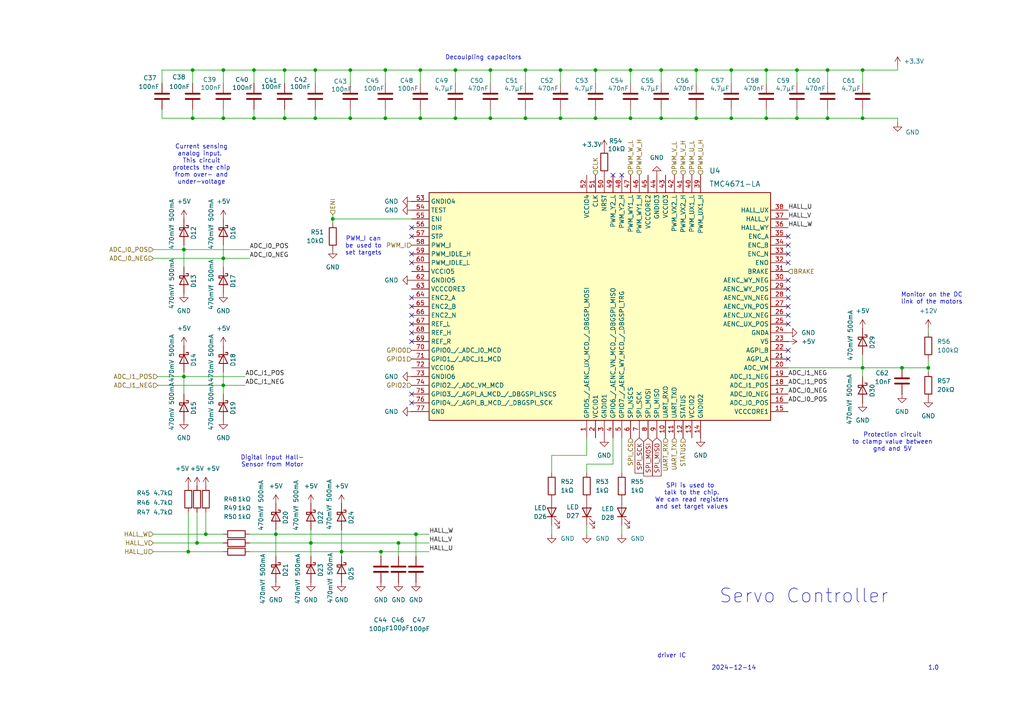
<source format=kicad_sch>
(kicad_sch (version 20231120) (generator "eeschema") (generator_version "8.0")
  (paper "A4")
  (junction (at 111.76 20.32))
  (junction (at 64.77 20.32))
  (junction (at 64.77 74.93))
  (junction (at 101.6 20.32))
  (junction (at 82.55 34.29))
  (junction (at 57.15 157.48))
  (junction (at 269.24 106.68))
  (junction (at 91.44 20.32))
  (junction (at 132.08 34.29))
  (junction (at 191.77 34.29))
  (junction (at 250.19 20.32))
  (junction (at 55.88 34.29))
  (junction (at 82.55 20.32))
  (junction (at 55.88 20.32))
  (junction (at 212.09 20.32))
  (junction (at 120.65 154.94))
  (junction (at 182.88 34.29))
  (junction (at 115.57 157.48))
  (junction (at 231.14 34.29))
  (junction (at 191.77 20.32))
  (junction (at 53.34 109.22))
  (junction (at 53.34 72.39))
  (junction (at 182.88 20.32))
  (junction (at 121.92 20.32))
  (junction (at 152.4 34.29))
  (junction (at 240.03 34.29))
  (junction (at 222.25 34.29))
  (junction (at 162.56 20.32))
  (junction (at 54.61 160.02))
  (junction (at 101.6 34.29))
  (junction (at 162.56 34.29))
  (junction (at 172.72 34.29))
  (junction (at 110.49 160.02))
  (junction (at 250.19 34.29))
  (junction (at 99.06 160.02))
  (junction (at 172.72 20.32))
  (junction (at 64.77 111.76))
  (junction (at 73.66 20.32))
  (junction (at 240.03 20.32))
  (junction (at 80.01 154.94))
  (junction (at 201.93 20.32))
  (junction (at 212.09 34.29))
  (junction (at 90.17 157.48))
  (junction (at 121.92 34.29))
  (junction (at 132.08 20.32))
  (junction (at 73.66 34.29))
  (junction (at 261.62 106.68))
  (junction (at 231.14 20.32))
  (junction (at 96.52 63.5))
  (junction (at 201.93 34.29))
  (junction (at 250.19 106.68))
  (junction (at 111.76 34.29))
  (junction (at 64.77 34.29))
  (junction (at 142.24 20.32))
  (junction (at 152.4 20.32))
  (junction (at 91.44 34.29))
  (junction (at 59.69 154.94))
  (junction (at 222.25 20.32))
  (junction (at 142.24 34.29))
  (no_connect (at 119.38 66.04))
  (no_connect (at 119.38 114.3))
  (no_connect (at 228.6 93.98))
  (no_connect (at 228.6 68.58))
  (no_connect (at 228.6 73.66))
  (no_connect (at 228.6 81.28))
  (no_connect (at 177.8 50.8))
  (no_connect (at 228.6 104.14))
  (no_connect (at 119.38 76.2))
  (no_connect (at 228.6 88.9))
  (no_connect (at 119.38 86.36))
  (no_connect (at 228.6 91.44))
  (no_connect (at 119.38 116.84))
  (no_connect (at 119.38 96.52))
  (no_connect (at 119.38 68.58))
  (no_connect (at 119.38 93.98))
  (no_connect (at 119.38 99.06))
  (no_connect (at 119.38 88.9))
  (no_connect (at 228.6 101.6))
  (no_connect (at 228.6 83.82))
  (no_connect (at 228.6 86.36))
  (no_connect (at 119.38 73.66))
  (no_connect (at 228.6 76.2))
  (no_connect (at 228.6 71.12))
  (no_connect (at 180.34 50.8))
  (no_connect (at 119.38 91.44))
  (wire (pts (xy 91.44 31.75) (xy 91.44 34.29)))
  (wire (pts (xy 101.6 20.32) (xy 101.6 24.13)))
  (wire (pts (xy 82.55 20.32) (xy 82.55 24.13)))
  (wire (pts (xy 201.93 34.29) (xy 191.77 34.29)))
  (wire (pts (xy 115.57 157.48) (xy 124.46 157.48)))
  (wire (pts (xy 46.99 34.29) (xy 46.99 31.75)))
  (wire (pts (xy 55.88 20.32) (xy 46.99 20.32)))
  (wire (pts (xy 120.65 154.94) (xy 120.65 161.29)))
  (wire (pts (xy 132.08 20.32) (xy 132.08 24.13)))
  (wire (pts (xy 180.34 154.94) (xy 180.34 152.4)))
  (wire (pts (xy 250.19 106.68) (xy 250.19 109.22)))
  (wire (pts (xy 53.34 109.22) (xy 71.12 109.22)))
  (wire (pts (xy 260.35 35.56) (xy 260.35 34.29)))
  (wire (pts (xy 45.72 111.76) (xy 64.77 111.76)))
  (wire (pts (xy 250.19 34.29) (xy 260.35 34.29)))
  (wire (pts (xy 55.88 20.32) (xy 55.88 24.13)))
  (wire (pts (xy 99.06 153.67) (xy 99.06 160.02)))
  (wire (pts (xy 180.34 127) (xy 180.34 137.16)))
  (wire (pts (xy 261.62 106.68) (xy 269.24 106.68)))
  (wire (pts (xy 182.88 20.32) (xy 182.88 24.13)))
  (wire (pts (xy 121.92 20.32) (xy 111.76 20.32)))
  (wire (pts (xy 250.19 20.32) (xy 240.03 20.32)))
  (wire (pts (xy 269.24 107.95) (xy 269.24 106.68)))
  (wire (pts (xy 132.08 34.29) (xy 121.92 34.29)))
  (wire (pts (xy 99.06 160.02) (xy 110.49 160.02)))
  (wire (pts (xy 191.77 20.32) (xy 191.77 24.13)))
  (wire (pts (xy 177.8 134.62) (xy 177.8 127)))
  (wire (pts (xy 45.72 109.22) (xy 53.34 109.22)))
  (wire (pts (xy 222.25 20.32) (xy 222.25 24.13)))
  (wire (pts (xy 54.61 160.02) (xy 64.77 160.02)))
  (wire (pts (xy 101.6 31.75) (xy 101.6 34.29)))
  (wire (pts (xy 96.52 63.5) (xy 119.38 63.5)))
  (wire (pts (xy 121.92 31.75) (xy 121.92 34.29)))
  (wire (pts (xy 110.49 161.29) (xy 110.49 160.02)))
  (wire (pts (xy 172.72 31.75) (xy 172.72 34.29)))
  (wire (pts (xy 170.18 132.08) (xy 160.02 132.08)))
  (wire (pts (xy 96.52 63.5) (xy 96.52 64.77)))
  (wire (pts (xy 111.76 20.32) (xy 101.6 20.32)))
  (wire (pts (xy 152.4 34.29) (xy 142.24 34.29)))
  (wire (pts (xy 142.24 31.75) (xy 142.24 34.29)))
  (wire (pts (xy 121.92 34.29) (xy 111.76 34.29)))
  (wire (pts (xy 82.55 31.75) (xy 82.55 34.29)))
  (wire (pts (xy 111.76 34.29) (xy 101.6 34.29)))
  (wire (pts (xy 44.45 74.93) (xy 64.77 74.93)))
  (wire (pts (xy 191.77 20.32) (xy 182.88 20.32)))
  (wire (pts (xy 269.24 95.25) (xy 269.24 96.52)))
  (wire (pts (xy 44.45 157.48) (xy 57.15 157.48)))
  (wire (pts (xy 72.39 154.94) (xy 80.01 154.94)))
  (wire (pts (xy 250.19 106.68) (xy 261.62 106.68)))
  (wire (pts (xy 91.44 20.32) (xy 91.44 24.13)))
  (wire (pts (xy 191.77 34.29) (xy 182.88 34.29)))
  (wire (pts (xy 54.61 148.59) (xy 54.61 160.02)))
  (wire (pts (xy 170.18 154.94) (xy 170.18 152.4)))
  (wire (pts (xy 64.77 111.76) (xy 64.77 107.95)))
  (wire (pts (xy 201.93 20.32) (xy 201.93 24.13)))
  (wire (pts (xy 222.25 20.32) (xy 212.09 20.32)))
  (wire (pts (xy 64.77 111.76) (xy 71.12 111.76)))
  (wire (pts (xy 240.03 31.75) (xy 240.03 34.29)))
  (wire (pts (xy 101.6 20.32) (xy 91.44 20.32)))
  (wire (pts (xy 90.17 153.67) (xy 90.17 157.48)))
  (wire (pts (xy 64.77 111.76) (xy 64.77 114.3)))
  (wire (pts (xy 80.01 154.94) (xy 80.01 161.29)))
  (wire (pts (xy 64.77 20.32) (xy 55.88 20.32)))
  (wire (pts (xy 152.4 20.32) (xy 152.4 24.13)))
  (wire (pts (xy 80.01 153.67) (xy 80.01 154.94)))
  (wire (pts (xy 44.45 160.02) (xy 54.61 160.02)))
  (wire (pts (xy 231.14 20.32) (xy 231.14 24.13)))
  (wire (pts (xy 170.18 134.62) (xy 170.18 137.16)))
  (wire (pts (xy 53.34 72.39) (xy 72.39 72.39)))
  (wire (pts (xy 90.17 157.48) (xy 90.17 161.29)))
  (wire (pts (xy 172.72 20.32) (xy 162.56 20.32)))
  (wire (pts (xy 59.69 148.59) (xy 59.69 154.94)))
  (wire (pts (xy 111.76 31.75) (xy 111.76 34.29)))
  (wire (pts (xy 222.25 34.29) (xy 212.09 34.29)))
  (wire (pts (xy 64.77 74.93) (xy 72.39 74.93)))
  (wire (pts (xy 240.03 20.32) (xy 240.03 24.13)))
  (wire (pts (xy 82.55 20.32) (xy 73.66 20.32)))
  (wire (pts (xy 53.34 109.22) (xy 53.34 107.95)))
  (wire (pts (xy 231.14 20.32) (xy 222.25 20.32)))
  (wire (pts (xy 90.17 157.48) (xy 115.57 157.48)))
  (wire (pts (xy 228.6 106.68) (xy 250.19 106.68)))
  (wire (pts (xy 121.92 20.32) (xy 121.92 24.13)))
  (wire (pts (xy 111.76 20.32) (xy 111.76 24.13)))
  (wire (pts (xy 99.06 160.02) (xy 99.06 161.29)))
  (wire (pts (xy 80.01 154.94) (xy 120.65 154.94)))
  (wire (pts (xy 142.24 20.32) (xy 142.24 24.13)))
  (wire (pts (xy 91.44 20.32) (xy 82.55 20.32)))
  (wire (pts (xy 222.25 34.29) (xy 231.14 34.29)))
  (wire (pts (xy 182.88 34.29) (xy 172.72 34.29)))
  (wire (pts (xy 201.93 31.75) (xy 201.93 34.29)))
  (wire (pts (xy 59.69 154.94) (xy 64.77 154.94)))
  (wire (pts (xy 212.09 31.75) (xy 212.09 34.29)))
  (wire (pts (xy 73.66 20.32) (xy 73.66 24.13)))
  (wire (pts (xy 170.18 127) (xy 170.18 132.08)))
  (wire (pts (xy 152.4 31.75) (xy 152.4 34.29)))
  (wire (pts (xy 160.02 132.08) (xy 160.02 137.16)))
  (wire (pts (xy 73.66 34.29) (xy 64.77 34.29)))
  (wire (pts (xy 110.49 160.02) (xy 124.46 160.02)))
  (wire (pts (xy 64.77 74.93) (xy 64.77 71.12)))
  (wire (pts (xy 82.55 34.29) (xy 73.66 34.29)))
  (wire (pts (xy 142.24 34.29) (xy 132.08 34.29)))
  (wire (pts (xy 73.66 20.32) (xy 64.77 20.32)))
  (wire (pts (xy 240.03 20.32) (xy 231.14 20.32)))
  (wire (pts (xy 53.34 72.39) (xy 53.34 77.47)))
  (wire (pts (xy 57.15 157.48) (xy 64.77 157.48)))
  (wire (pts (xy 91.44 34.29) (xy 82.55 34.29)))
  (wire (pts (xy 269.24 104.14) (xy 269.24 106.68)))
  (wire (pts (xy 44.45 72.39) (xy 53.34 72.39)))
  (wire (pts (xy 72.39 160.02) (xy 99.06 160.02)))
  (wire (pts (xy 64.77 20.32) (xy 64.77 24.13)))
  (wire (pts (xy 160.02 154.94) (xy 160.02 152.4)))
  (wire (pts (xy 162.56 34.29) (xy 152.4 34.29)))
  (wire (pts (xy 212.09 20.32) (xy 212.09 24.13)))
  (wire (pts (xy 72.39 157.48) (xy 90.17 157.48)))
  (wire (pts (xy 44.45 154.94) (xy 59.69 154.94)))
  (wire (pts (xy 57.15 148.59) (xy 57.15 157.48)))
  (wire (pts (xy 55.88 31.75) (xy 55.88 34.29)))
  (wire (pts (xy 53.34 109.22) (xy 53.34 114.3)))
  (wire (pts (xy 64.77 34.29) (xy 55.88 34.29)))
  (wire (pts (xy 182.88 31.75) (xy 182.88 34.29)))
  (wire (pts (xy 64.77 31.75) (xy 64.77 34.29)))
  (wire (pts (xy 162.56 20.32) (xy 152.4 20.32)))
  (wire (pts (xy 101.6 34.29) (xy 91.44 34.29)))
  (wire (pts (xy 191.77 31.75) (xy 191.77 34.29)))
  (wire (pts (xy 212.09 34.29) (xy 201.93 34.29)))
  (wire (pts (xy 46.99 20.32) (xy 46.99 24.13)))
  (wire (pts (xy 115.57 157.48) (xy 115.57 161.29)))
  (wire (pts (xy 96.52 62.23) (xy 96.52 63.5)))
  (wire (pts (xy 142.24 20.32) (xy 132.08 20.32)))
  (wire (pts (xy 55.88 34.29) (xy 46.99 34.29)))
  (wire (pts (xy 162.56 20.32) (xy 162.56 24.13)))
  (wire (pts (xy 182.88 20.32) (xy 172.72 20.32)))
  (wire (pts (xy 172.72 20.32) (xy 172.72 24.13)))
  (wire (pts (xy 250.19 102.87) (xy 250.19 106.68)))
  (wire (pts (xy 172.72 34.29) (xy 162.56 34.29)))
  (wire (pts (xy 152.4 20.32) (xy 142.24 20.32)))
  (wire (pts (xy 162.56 31.75) (xy 162.56 34.29)))
  (wire (pts (xy 170.18 134.62) (xy 177.8 134.62)))
  (wire (pts (xy 132.08 20.32) (xy 121.92 20.32)))
  (wire (pts (xy 64.77 74.93) (xy 64.77 77.47)))
  (wire (pts (xy 250.19 20.32) (xy 250.19 24.13)))
  (wire (pts (xy 231.14 31.75) (xy 231.14 34.29)))
  (wire (pts (xy 231.14 34.29) (xy 240.03 34.29)))
  (wire (pts (xy 132.08 31.75) (xy 132.08 34.29)))
  (wire (pts (xy 212.09 20.32) (xy 201.93 20.32)))
  (wire (pts (xy 250.19 31.75) (xy 250.19 34.29)))
  (wire (pts (xy 222.25 31.75) (xy 222.25 34.29)))
  (wire (pts (xy 53.34 72.39) (xy 53.34 71.12)))
  (wire (pts (xy 201.93 20.32) (xy 191.77 20.32)))
  (wire (pts (xy 120.65 154.94) (xy 124.46 154.94)))
  (wire (pts (xy 260.35 20.32) (xy 250.19 20.32)))
  (wire (pts (xy 73.66 31.75) (xy 73.66 34.29)))
  (wire (pts (xy 240.03 34.29) (xy 250.19 34.29)))
  (wire (pts (xy 260.35 19.05) (xy 260.35 20.32)))
  (text "Monitor on the DC\nlink of the motors" (at 270.256 86.614 0) (effects (font (size 1.27 1.27))))
  (text "Servo Controller" (at 233.172 172.974 0) (effects (font (size 4 4))))
  (text "driver IC" (at 194.818 190.246 0) (effects (font (size 1.27 1.27))))
  (text "Current sensing\nanalog input. \nThis circuit\nprotects the chip\nfrom over- and\nunder-voltage" (at 58.42 47.752 0) (effects (font (size 1.27 1.27))))
  (text "Decoulpling capacitors\n" (at 140.208 16.764 0) (effects (font (size 1.27 1.27))))
  (text "2024-12-14" (at 212.852 193.802 0) (effects (font (size 1.27 1.27))))
  (text "Protection circuit\nto clamp value between\ngnd and 5V" (at 258.826 128.27 0) (effects (font (size 1.27 1.27))))
  (text "SPI is used to \ntalk to the chip.\nWe can read registers\nand set target values" (at 200.66 144.018 0) (effects (font (size 1.27 1.27))))
  (text "1.0" (at 270.764 193.802 0) (effects (font (size 1.27 1.27))))
  (text "PWM_I can\nbe used to\nset targets" (at 105.41 71.374 0) (effects (font (size 1.27 1.27))))
  (text "Digital input Hall-\nSensor from Motor" (at 78.994 133.858 0) (effects (font (size 1.27 1.27))))
  (label "HALL_V" (at 228.6 63.5 0))
  (label "ADC_I0_NEG" (at 72.39 74.93 0))
  (label "ADC_I1_POS" (at 228.6 111.76 0))
  (label "HALL_V" (at 124.46 157.48 0))
  (label "ADC_I0_NEG" (at 228.6 114.3 0))
  (label "ADC_I1_NEG" (at 228.6 109.22 0))
  (label "HALL_W" (at 228.6 66.04 0))
  (label "ADC_I1_NEG" (at 71.12 111.76 0))
  (label "ADC_I1_POS" (at 71.12 109.22 0))
  (label "HALL_U" (at 124.46 160.02 0))
  (label "HALL_U" (at 228.6 60.96 0))
  (label "ADC_I0_POS" (at 72.39 72.39 0))
  (label "ADC_I0_POS" (at 228.6 116.84 0))
  (label "HALL_W" (at 124.46 154.94 0))
  (global_label "SPI_SCK" (shape input) (at 185.42 127 270) (property "Intersheetrefs" "${INTERSHEET_REFS}" (effects (hide yes))))
  (global_label "SPI_MISO" (shape input) (at 190.5 127 270) (property "Intersheetrefs" "${INTERSHEET_REFS}" (effects (hide yes))))
  (global_label "SPI_MOSI" (shape input) (at 187.96 127 270) (property "Intersheetrefs" "${INTERSHEET_REFS}" (effects (hide yes))))
  (hierarchical_label "ADC_I0_POS" (shape input) (at 44.45 72.39 180))
  (hierarchical_label "ADC_I1_POS" (shape input) (at 45.72 109.22 180))
  (hierarchical_label "PWM_U_L" (shape input) (at 200.66 50.8 90))
  (hierarchical_label "PWM_V_H" (shape input) (at 198.12 50.8 90))
  (hierarchical_label "SPI_CS" (shape input) (at 182.88 127 270))
  (hierarchical_label "HALL_U" (shape input) (at 44.45 160.02 180))
  (hierarchical_label "ADC_I1_NEG" (shape input) (at 45.72 111.76 180))
  (hierarchical_label "GPIO1" (shape input) (at 119.38 104.14 180))
  (hierarchical_label "PWM_V_L" (shape input) (at 195.58 50.8 90))
  (hierarchical_label "ENI" (shape input) (at 96.52 62.23 90))
  (hierarchical_label "PWM_I" (shape input) (at 119.38 71.12 180))
  (hierarchical_label "PWM_W_H" (shape input) (at 185.42 50.8 90))
  (hierarchical_label "PWM_W_L" (shape input) (at 182.88 50.8 90))
  (hierarchical_label "GPIO0" (shape input) (at 119.38 101.6 180))
  (hierarchical_label "ADC_I0_NEG" (shape input) (at 44.45 74.93 180))
  (hierarchical_label "UART_TX" (shape input) (at 195.58 127 270))
  (hierarchical_label "BRAKE" (shape input) (at 228.6 78.74 0))
  (hierarchical_label "STATUS" (shape input) (at 198.12 127 270))
  (hierarchical_label "UART_RX" (shape input) (at 193.04 127 270))
  (hierarchical_label "GPIO2" (shape input) (at 119.38 111.76 180))
  (hierarchical_label "CLK" (shape input) (at 172.72 50.8 90))
  (hierarchical_label "PWM_U_H" (shape input) (at 203.2 50.8 90))
  (hierarchical_label "HALL_W" (shape input) (at 44.45 154.94 180))
  (hierarchical_label "HALL_V" (shape input) (at 44.45 157.48 180))
  (symbol (lib_id "power:GND") (at 260.35 35.56 0) (unit 1)
    (property "Reference" "#PWR0117" (effects (hide yes)))
    (property "Value" "GND" (at 264.668 38.354 0))
    (property "Description" "Power symbol creates a global label with name \"GND\" , ground" (effects (hide yes)))
    (instances (project "motordriver" (path "" (reference "#PWR0117") (unit 1)) (path "" (reference "#PWR0249") (unit 1)) (path "" (reference "#PWR0184") (unit 1))))
  )
  (symbol (lib_id "power:GND") (at 64.77 121.92 0) (unit 1)
    (property "Reference" "#PWR089" (effects (hide yes)))
    (property "Value" "GND" (at 64.77 127 0))
    (property "Description" "Power symbol creates a global label with name \"GND\" , ground" (effects (hide yes)))
    (instances (project "motordriver" (path "" (reference "#PWR089") (unit 1)) (path "" (reference "#PWR0221") (unit 1)) (path "" (reference "#PWR0156") (unit 1))))
  )
  (symbol (lib_id "power:GND") (at 96.52 72.39 0) (mirror y) (unit 1)
    (property "Reference" "#PWR094" (effects (hide yes)))
    (property "Value" "GND" (at 96.52 77.47 0))
    (property "Description" "Power symbol creates a global label with name \"GND\" , ground" (effects (hide yes)))
    (instances (project "" (path "" (reference "#PWR094") (unit 1)) (path "" (reference "#PWR0226") (unit 1)) (path "" (reference "#PWR0161") (unit 1))))
  )
  (symbol (lib_id "Device:C") (at 172.72 27.94 180) (unit 1)
    (property "Reference" "C53" (at 170.688 23.368 0) (effects (justify left)))
    (property "Value" "4.7µF" (at 172.212 25.654 0) (effects (justify left)))
    (property "Footprint" "Capacitor_SMD:C_0603_1608Metric" (effects (hide yes)))
    (property "Description" "Unpolarized capacitor" (effects (hide yes)))
    (instances (project "motordriver" (path "" (reference "C53") (unit 1)) (path "" (reference "C127") (unit 1)) (path "" (reference "C92") (unit 1))))
  )
  (symbol (lib_id "Device:C") (at 142.24 27.94 180) (unit 1)
    (property "Reference" "C50" (at 140.208 23.368 0) (effects (justify left)))
    (property "Value" "470nF" (at 141.732 25.654 0) (effects (justify left)))
    (property "Footprint" "Capacitor_SMD:C_0603_1608Metric" (effects (hide yes)))
    (property "Description" "Unpolarized capacitor" (effects (hide yes)))
    (instances (project "motordriver" (path "" (reference "C50") (unit 1)) (path "" (reference "C124") (unit 1)) (path "" (reference "C89") (unit 1))))
  )
  (symbol (lib_id "power:+5V") (at 90.17 146.05 0) (unit 1)
    (property "Reference" "#PWR092" (effects (hide yes)))
    (property "Value" "+5V" (at 90.17 140.97 0))
    (property "Description" "Power symbol creates a global label with name \"+5V\"" (effects (hide yes)))
    (instances (project "motordriver" (path "" (reference "#PWR092") (unit 1)) (path "" (reference "#PWR0224") (unit 1)) (path "" (reference "#PWR0159") (unit 1))))
  )
  (symbol (lib_id "Device:C") (at 101.6 27.94 0) (mirror x) (unit 1)
    (property "Reference" "C43" (at 96.774 23.622 0) (effects (justify left)))
    (property "Value" "100nF" (at 96.012 25.908 0) (effects (justify left)))
    (property "Footprint" "Capacitor_SMD:C_0603_1608Metric" (effects (hide yes)))
    (property "Description" "Unpolarized capacitor" (effects (hide yes)))
    (instances (project "motordriver" (path "" (reference "C43") (unit 1)) (path "" (reference "C117") (unit 1)) (path "" (reference "C82") (unit 1))))
  )
  (symbol (lib_id "Device:D_Schottky") (at 90.17 165.1 270) (unit 1)
    (property "Reference" "D23" (at 92.964 165.354 0))
    (property "Value" "470mVf 500mA" (at 86.36 167.894 0))
    (property "Footprint" "Diode_SMD:D_0603_1608Metric" (effects (hide yes)))
    (property "Description" "Schottky diode" (effects (hide yes)))
    (instances (project "motordriver" (path "" (reference "D23") (unit 1)) (path "" (reference "D70") (unit 1)) (path "" (reference "D47") (unit 1))))
  )
  (symbol (lib_id "Device:R") (at 59.69 144.78 0) (unit 1)
    (property "Reference" "R47" (at 39.624 148.59 0) (effects (justify left)))
    (property "Value" "4.7kΩ" (at 44.45 148.59 0) (effects (justify left)))
    (property "Footprint" "Resistor_SMD:R_0603_1608Metric" (effects (hide yes)))
    (property "Description" "Resistor" (effects (hide yes)))
    (instances (project "motordriver" (path "" (reference "R47") (unit 1)) (path "" (reference "R93") (unit 1)) (path "" (reference "R66") (unit 1))))
  )
  (symbol (lib_id "power:+5V") (at 228.6 99.06 270) (unit 1)
    (property "Reference" "#PWR0113" (effects (hide yes)))
    (property "Value" "+5V" (at 232.41 99.0599 90) (effects (justify left)))
    (property "Description" "Power symbol creates a global label with name \"+5V\"" (effects (hide yes)))
    (instances (project "" (path "" (reference "#PWR0113") (unit 1)) (path "" (reference "#PWR0245") (unit 1)) (path "" (reference "#PWR0180") (unit 1))))
  )
  (symbol (lib_id "power:GND") (at 119.38 81.28 270) (unit 1)
    (property "Reference" "#PWR0101" (effects (hide yes)))
    (property "Value" "GND" (at 115.57 81.2799 90) (effects (justify right)))
    (property "Description" "Power symbol creates a global label with name \"GND\" , ground" (effects (hide yes)))
    (instances (project "motordriver" (path "" (reference "#PWR0101") (unit 1)) (path "" (reference "#PWR0233") (unit 1)) (path "" (reference "#PWR0168") (unit 1))))
  )
  (symbol (lib_id "Device:D_Schottky") (at 80.01 149.86 270) (unit 1)
    (property "Reference" "D20" (at 82.804 150.114 0))
    (property "Value" "470mVf 500mA" (at 75.692 146.558 0))
    (property "Footprint" "Diode_SMD:D_0603_1608Metric" (effects (hide yes)))
    (property "Description" "Schottky diode" (effects (hide yes)))
    (instances (project "motordriver" (path "" (reference "D20") (unit 1)) (path "" (reference "D67") (unit 1)) (path "" (reference "D44") (unit 1))))
  )
  (symbol (lib_id "Device:C") (at 120.65 165.1 180) (unit 1)
    (property "Reference" "C47" (at 123.444 179.832 0) (effects (justify left)))
    (property "Value" "100pF" (at 124.714 182.372 0) (effects (justify left)))
    (property "Footprint" "Capacitor_SMD:C_0603_1608Metric" (effects (hide yes)))
    (property "Description" "Unpolarized capacitor" (effects (hide yes)))
    (instances (project "motordriver" (path "" (reference "C47") (unit 1)) (path "" (reference "C121") (unit 1)) (path "" (reference "C86") (unit 1))))
  )
  (symbol (lib_id "power:GND") (at 160.02 154.94 0) (unit 1)
    (property "Reference" "#PWR0105" (effects (hide yes)))
    (property "Value" "GND" (at 162.56 156.2099 0) (effects (justify left)))
    (property "Description" "Power symbol creates a global label with name \"GND\" , ground" (effects (hide yes)))
    (instances (project "motordriver" (path "" (reference "#PWR0105") (unit 1)) (path "" (reference "#PWR0237") (unit 1)) (path "" (reference "#PWR0172") (unit 1))))
  )
  (symbol (lib_id "Device:C") (at 121.92 27.94 180) (unit 1)
    (property "Reference" "C48" (at 119.888 23.368 0) (effects (justify left)))
    (property "Value" "100nF" (at 121.412 25.654 0) (effects (justify left)))
    (property "Footprint" "Capacitor_SMD:C_0603_1608Metric" (effects (hide yes)))
    (property "Description" "Unpolarized capacitor" (effects (hide yes)))
    (instances (project "motordriver" (path "" (reference "C48") (unit 1)) (path "" (reference "C122") (unit 1)) (path "" (reference "C87") (unit 1))))
  )
  (symbol (lib_id "power:GND") (at 53.34 85.09 0) (unit 1)
    (property "Reference" "#PWR080" (effects (hide yes)))
    (property "Value" "GND" (at 53.34 90.17 0))
    (property "Description" "Power symbol creates a global label with name \"GND\" , ground" (effects (hide yes)))
    (instances (project "motordriver" (path "" (reference "#PWR080") (unit 1)) (path "" (reference "#PWR0212") (unit 1)) (path "" (reference "#PWR0147") (unit 1))))
  )
  (symbol (lib_id "Device:C") (at 55.88 27.94 180) (unit 1)
    (property "Reference" "C38" (at 53.848 22.3519 0) (effects (justify left)))
    (property "Value" "100nF" (at 55.118 25.146 0) (effects (justify left)))
    (property "Footprint" "Capacitor_SMD:C_0603_1608Metric" (effects (hide yes)))
    (property "Description" "Unpolarized capacitor" (effects (hide yes)))
    (instances (project "motordriver" (path "" (reference "C38") (unit 1)) (path "" (reference "C112") (unit 1)) (path "" (reference "C77") (unit 1))))
  )
  (symbol (lib_id "power:GND") (at 115.57 168.91 0) (unit 1)
    (property "Reference" "#PWR098" (effects (hide yes)))
    (property "Value" "GND" (at 115.57 173.99 0))
    (property "Description" "Power symbol creates a global label with name \"GND\" , ground" (effects (hide yes)))
    (instances (project "motordriver" (path "" (reference "#PWR098") (unit 1)) (path "" (reference "#PWR0230") (unit 1)) (path "" (reference "#PWR0165") (unit 1))))
  )
  (symbol (lib_id "power:GND") (at 119.38 109.22 270) (unit 1)
    (property "Reference" "#PWR0102" (effects (hide yes)))
    (property "Value" "GND" (at 115.57 109.2199 90) (effects (justify right)))
    (property "Description" "Power symbol creates a global label with name \"GND\" , ground" (effects (hide yes)))
    (instances (project "motordriver" (path "" (reference "#PWR0102") (unit 1)) (path "" (reference "#PWR0234") (unit 1)) (path "" (reference "#PWR0169") (unit 1))))
  )
  (symbol (lib_id "power:GND") (at 175.26 127 0) (unit 1)
    (property "Reference" "#PWR0108" (effects (hide yes)))
    (property "Value" "GND" (at 175.26 132.08 0))
    (property "Description" "Power symbol creates a global label with name \"GND\" , ground" (effects (hide yes)))
    (instances (project "motordriver" (path "" (reference "#PWR0108") (unit 1)) (path "" (reference "#PWR0240") (unit 1)) (path "" (reference "#PWR0175") (unit 1))))
  )
  (symbol (lib_id "Device:R") (at 54.61 144.78 0) (unit 1)
    (property "Reference" "R45" (at 39.624 143.002 0) (effects (justify left)))
    (property "Value" "4.7kΩ" (at 44.45 143.002 0) (effects (justify left)))
    (property "Footprint" "Resistor_SMD:R_0603_1608Metric" (effects (hide yes)))
    (property "Description" "Resistor" (effects (hide yes)))
    (instances (project "motordriver" (path "" (reference "R45") (unit 1)) (path "" (reference "R91") (unit 1)) (path "" (reference "R64") (unit 1))))
  )
  (symbol (lib_id "power:GND") (at 110.49 168.91 0) (unit 1)
    (property "Reference" "#PWR097" (effects (hide yes)))
    (property "Value" "GND" (at 110.49 173.99 0))
    (property "Description" "Power symbol creates a global label with name \"GND\" , ground" (effects (hide yes)))
    (instances (project "motordriver" (path "" (reference "#PWR097") (unit 1)) (path "" (reference "#PWR0229") (unit 1)) (path "" (reference "#PWR0164") (unit 1))))
  )
  (symbol (lib_id "Device:D_Schottky") (at 53.34 104.14 270) (unit 1)
    (property "Reference" "D14" (at 56.134 104.394 0))
    (property "Value" "470mV 500mA" (at 49.784 103.886 0))
    (property "Footprint" "Diode_SMD:D_0603_1608Metric" (effects (hide yes)))
    (property "Description" "Schottky diode" (effects (hide yes)))
    (instances (project "motordriver" (path "" (reference "D14") (unit 1)) (path "" (reference "D61") (unit 1)) (path "" (reference "D38") (unit 1))))
  )
  (symbol (lib_id "power:+5V") (at 54.61 140.97 0) (unit 1)
    (property "Reference" "#PWR083" (effects (hide yes)))
    (property "Value" "+5V" (at 52.832 135.89 0))
    (property "Description" "Power symbol creates a global label with name \"+5V\"" (effects (hide yes)))
    (instances (project "motordriver" (path "" (reference "#PWR083") (unit 1)) (path "" (reference "#PWR0215") (unit 1)) (path "" (reference "#PWR0150") (unit 1))))
  )
  (symbol (lib_id "Device:C") (at 182.88 27.94 180) (unit 1)
    (property "Reference" "C54" (at 180.848 23.368 0) (effects (justify left)))
    (property "Value" "470nF" (at 182.372 25.654 0) (effects (justify left)))
    (property "Footprint" "Capacitor_SMD:C_0603_1608Metric" (effects (hide yes)))
    (property "Description" "Unpolarized capacitor" (effects (hide yes)))
    (instances (project "motordriver" (path "" (reference "C54") (unit 1)) (path "" (reference "C128") (unit 1)) (path "" (reference "C93") (unit 1))))
  )
  (symbol (lib_id "Device:D_Schottky") (at 90.17 149.86 270) (unit 1)
    (property "Reference" "D22" (at 92.964 150.114 0))
    (property "Value" "470mVf 500mA" (at 85.852 146.558 0))
    (property "Footprint" "Diode_SMD:D_0603_1608Metric" (effects (hide yes)))
    (property "Description" "Schottky diode" (effects (hide yes)))
    (instances (project "motordriver" (path "" (reference "D22") (unit 1)) (path "" (reference "D69") (unit 1)) (path "" (reference "D46") (unit 1))))
  )
  (symbol (lib_id "Device:D_Schottky") (at 64.77 118.11 270) (unit 1)
    (property "Reference" "D19" (at 67.564 118.364 0))
    (property "Value" "470mV 500mA" (at 61.214 117.856 0))
    (property "Footprint" "Diode_SMD:D_0603_1608Metric" (effects (hide yes)))
    (property "Description" "Schottky diode" (effects (hide yes)))
    (instances (project "motordriver" (path "" (reference "D19") (unit 1)) (path "" (reference "D66") (unit 1)) (path "" (reference "D43") (unit 1))))
  )
  (symbol (lib_id "Device:R") (at 175.26 46.99 180) (unit 1)
    (property "Reference" "R54" (at 178.562 40.894 0))
    (property "Value" "10kΩ" (at 178.816 43.18 0))
    (property "Footprint" "Resistor_SMD:R_0603_1608Metric" (effects (hide yes)))
    (property "Description" "Resistor" (effects (hide yes)))
    (instances (project "motordriver" (path "" (reference "R54") (unit 1)) (path "" (reference "R100") (unit 1)) (path "" (reference "R73") (unit 1))))
  )
  (symbol (lib_id "Device:C") (at 222.25 27.94 180) (unit 1)
    (property "Reference" "C58" (at 220.218 23.368 0) (effects (justify left)))
    (property "Value" "470nF" (at 221.742 25.654 0) (effects (justify left)))
    (property "Footprint" "Capacitor_SMD:C_0603_1608Metric" (effects (hide yes)))
    (property "Description" "Unpolarized capacitor" (effects (hide yes)))
    (instances (project "motordriver" (path "" (reference "C58") (unit 1)) (path "" (reference "C132") (unit 1)) (path "" (reference "C97") (unit 1))))
  )
  (symbol (lib_id "Device:C") (at 82.55 27.94 180) (unit 1)
    (property "Reference" "C41" (at 80.518 23.368 0) (effects (justify left)))
    (property "Value" "100nF" (at 81.788 25.146 0) (effects (justify left)))
    (property "Footprint" "Capacitor_SMD:C_0603_1608Metric" (effects (hide yes)))
    (property "Description" "Unpolarized capacitor" (effects (hide yes)))
    (instances (project "motordriver" (path "" (reference "C41") (unit 1)) (path "" (reference "C115") (unit 1)) (path "" (reference "C80") (unit 1))))
  )
  (symbol (lib_id "power:GND") (at 250.19 116.84 0) (unit 1)
    (property "Reference" "#PWR0115" (effects (hide yes)))
    (property "Value" "GND" (at 250.19 121.92 0))
    (property "Description" "Power symbol creates a global label with name \"GND\" , ground" (effects (hide yes)))
    (instances (project "motordriver" (path "" (reference "#PWR0115") (unit 1)) (path "" (reference "#PWR0247") (unit 1)) (path "" (reference "#PWR0182") (unit 1))))
  )
  (symbol (lib_id "power:+5V") (at 59.69 140.97 0) (unit 1)
    (property "Reference" "#PWR085" (effects (hide yes)))
    (property "Value" "+5V" (at 61.722 135.89 0))
    (property "Description" "Power symbol creates a global label with name \"+5V\"" (effects (hide yes)))
    (instances (project "motordriver" (path "" (reference "#PWR085") (unit 1)) (path "" (reference "#PWR0217") (unit 1)) (path "" (reference "#PWR0152") (unit 1))))
  )
  (symbol (lib_id "Device:R") (at 68.58 157.48 90) (unit 1)
    (property "Reference" "R49" (at 66.802 147.32 90))
    (property "Value" "1kΩ" (at 70.866 147.32 90))
    (property "Footprint" "Resistor_SMD:R_0603_1608Metric" (effects (hide yes)))
    (property "Description" "Resistor" (effects (hide yes)))
    (instances (project "motordriver" (path "" (reference "R49") (unit 1)) (path "" (reference "R95") (unit 1)) (path "" (reference "R68") (unit 1))))
  )
  (symbol (lib_id "power:+5V") (at 80.01 146.05 0) (unit 1)
    (property "Reference" "#PWR090" (effects (hide yes)))
    (property "Value" "+5V" (at 80.01 140.97 0))
    (property "Description" "Power symbol creates a global label with name \"+5V\"" (effects (hide yes)))
    (instances (project "motordriver" (path "" (reference "#PWR090") (unit 1)) (path "" (reference "#PWR0222") (unit 1)) (path "" (reference "#PWR0157") (unit 1))))
  )
  (symbol (lib_id "Device:C") (at 212.09 27.94 180) (unit 1)
    (property "Reference" "C57" (at 210.058 23.368 0) (effects (justify left)))
    (property "Value" "4.7µF" (at 211.582 25.654 0) (effects (justify left)))
    (property "Footprint" "Capacitor_SMD:C_0603_1608Metric" (effects (hide yes)))
    (property "Description" "Unpolarized capacitor" (effects (hide yes)))
    (instances (project "motordriver" (path "" (reference "C57") (unit 1)) (path "" (reference "C131") (unit 1)) (path "" (reference "C96") (unit 1))))
  )
  (symbol (lib_id "Device:C") (at 91.44 27.94 180) (unit 1)
    (property "Reference" "C42" (at 89.154 23.114 0) (effects (justify left)))
    (property "Value" "100nF" (at 90.17 25.146 0) (effects (justify left)))
    (property "Footprint" "Capacitor_SMD:C_0603_1608Metric" (effects (hide yes)))
    (property "Description" "Unpolarized capacitor" (effects (hide yes)))
    (instances (project "motordriver" (path "" (reference "C42") (unit 1)) (path "" (reference "C116") (unit 1)) (path "" (reference "C81") (unit 1))))
  )
  (symbol (lib_id "Device:D_Schottky") (at 99.06 165.1 270) (unit 1)
    (property "Reference" "D25" (at 101.854 166.37 0))
    (property "Value" "470mVf 500mA" (at 95.758 167.64 0))
    (property "Footprint" "Diode_SMD:D_0603_1608Metric" (effects (hide yes)))
    (property "Description" "Schottky diode" (effects (hide yes)))
    (instances (project "motordriver" (path "" (reference "D25") (unit 1)) (path "" (reference "D72") (unit 1)) (path "" (reference "D49") (unit 1))))
  )
  (symbol (lib_id "Device:D_Schottky") (at 53.34 67.31 270) (unit 1)
    (property "Reference" "D12" (at 56.134 67.564 0))
    (property "Value" "470mVf 500mA" (at 49.784 65.024 0))
    (property "Footprint" "Diode_SMD:D_0603_1608Metric" (effects (hide yes)))
    (property "Description" "Schottky diode" (effects (hide yes)))
    (instances (project "motordriver" (path "" (reference "D12") (unit 1)) (path "" (reference "D59") (unit 1)) (path "" (reference "D36") (unit 1))))
  )
  (symbol (lib_id "Device:D_Schottky") (at 64.77 67.31 270) (unit 1)
    (property "Reference" "D16" (at 67.564 67.564 0))
    (property "Value" "470mVf 500mA" (at 61.214 65.024 0))
    (property "Footprint" "Diode_SMD:D_0603_1608Metric" (effects (hide yes)))
    (property "Description" "Schottky diode" (effects (hide yes)))
    (instances (project "motordriver" (path "" (reference "D16") (unit 1)) (path "" (reference "D63") (unit 1)) (path "" (reference "D40") (unit 1))))
  )
  (symbol (lib_id "Device:C") (at 64.77 27.94 180) (unit 1)
    (property "Reference" "C39" (at 62.738 23.114 0) (effects (justify left)))
    (property "Value" "100nF" (at 64.262 25.4 0) (effects (justify left)))
    (property "Footprint" "Capacitor_SMD:C_0603_1608Metric" (effects (hide yes)))
    (property "Description" "Unpolarized capacitor" (effects (hide yes)))
    (instances (project "motordriver" (path "" (reference "C39") (unit 1)) (path "" (reference "C113") (unit 1)) (path "" (reference "C78") (unit 1))))
  )
  (symbol (lib_id "power:GND") (at 119.38 119.38 270) (unit 1)
    (property "Reference" "#PWR0103" (effects (hide yes)))
    (property "Value" "GND" (at 115.57 119.3799 90) (effects (justify right)))
    (property "Description" "Power symbol creates a global label with name \"GND\" , ground" (effects (hide yes)))
    (instances (project "motordriver" (path "" (reference "#PWR0103") (unit 1)) (path "" (reference "#PWR0235") (unit 1)) (path "" (reference "#PWR0170") (unit 1))))
  )
  (symbol (lib_id "Device:R") (at 269.24 111.76 0) (unit 1)
    (property "Reference" "R57" (at 271.78 110.4899 0) (effects (justify left)))
    (property "Value" "20kΩ" (at 271.78 113.0299 0) (effects (justify left)))
    (property "Footprint" "Resistor_SMD:R_0603_1608Metric" (effects (hide yes)))
    (property "Description" "Resistor" (effects (hide yes)))
    (instances (project "motordriver" (path "" (reference "R57") (unit 1)) (path "" (reference "R103") (unit 1)) (path "" (reference "R76") (unit 1))))
  )
  (symbol (lib_id "power:+5V") (at 53.34 100.33 0) (unit 1)
    (property "Reference" "#PWR081" (effects (hide yes)))
    (property "Value" "+5V" (at 53.34 95.25 0))
    (property "Description" "Power symbol creates a global label with name \"+5V\"" (effects (hide yes)))
    (instances (project "motordriver" (path "" (reference "#PWR081") (unit 1)) (path "" (reference "#PWR0213") (unit 1)) (path "" (reference "#PWR0148") (unit 1))))
  )
  (symbol (lib_id "Device:R") (at 96.52 68.58 0) (mirror y) (unit 1)
    (property "Reference" "R51" (at 93.98 67.3099 0) (effects (justify left)))
    (property "Value" "10kΩ" (at 93.98 69.8499 0) (effects (justify left)))
    (property "Footprint" "Resistor_SMD:R_0603_1608Metric" (effects (hide yes)))
    (property "Description" "Resistor" (effects (hide yes)))
    (instances (project "" (path "" (reference "R51") (unit 1)) (path "" (reference "R97") (unit 1)) (path "" (reference "R70") (unit 1))))
  )
  (symbol (lib_id "power:GND") (at 261.62 114.3 0) (unit 1)
    (property "Reference" "#PWR0118" (effects (hide yes)))
    (property "Value" "GND" (at 261.62 119.38 0))
    (property "Description" "Power symbol creates a global label with name \"GND\" , ground" (effects (hide yes)))
    (instances (project "motordriver" (path "" (reference "#PWR0118") (unit 1)) (path "" (reference "#PWR0250") (unit 1)) (path "" (reference "#PWR0185") (unit 1))))
  )
  (symbol (lib_id "power:GND") (at 203.2 127 0) (unit 1)
    (property "Reference" "#PWR0111" (effects (hide yes)))
    (property "Value" "GND" (at 203.2 132.08 0))
    (property "Description" "Power symbol creates a global label with name \"GND\" , ground" (effects (hide yes)))
    (instances (project "" (path "" (reference "#PWR0111") (unit 1)) (path "" (reference "#PWR0243") (unit 1)) (path "" (reference "#PWR0178") (unit 1))))
  )
  (symbol (lib_id "power:GND") (at 90.17 168.91 0) (unit 1)
    (property "Reference" "#PWR093" (effects (hide yes)))
    (property "Value" "GND" (at 90.17 173.99 0))
    (property "Description" "Power symbol creates a global label with name \"GND\" , ground" (effects (hide yes)))
    (instances (project "motordriver" (path "" (reference "#PWR093") (unit 1)) (path "" (reference "#PWR0225") (unit 1)) (path "" (reference "#PWR0160") (unit 1))))
  )
  (symbol (lib_id "Device:C") (at 111.76 27.94 180) (unit 1)
    (property "Reference" "C45" (at 109.982 23.368 0) (effects (justify left)))
    (property "Value" "100nF" (at 111.506 25.654 0) (effects (justify left)))
    (property "Footprint" "Capacitor_SMD:C_0603_1608Metric" (effects (hide yes)))
    (property "Description" "Unpolarized capacitor" (effects (hide yes)))
    (instances (project "motordriver" (path "" (reference "C45") (unit 1)) (path "" (reference "C119") (unit 1)) (path "" (reference "C84") (unit 1))))
  )
  (symbol (lib_id "power:+5V") (at 250.19 95.25 0) (unit 1)
    (property "Reference" "#PWR0114" (effects (hide yes)))
    (property "Value" "+5V" (at 250.19 90.17 0))
    (property "Description" "Power symbol creates a global label with name \"+5V\"" (effects (hide yes)))
    (instances (project "motordriver" (path "" (reference "#PWR0114") (unit 1)) (path "" (reference "#PWR0246") (unit 1)) (path "" (reference "#PWR0181") (unit 1))))
  )
  (symbol (lib_id "power:GND") (at 53.34 121.92 0) (unit 1)
    (property "Reference" "#PWR082" (effects (hide yes)))
    (property "Value" "GND" (at 53.34 127 0))
    (property "Description" "Power symbol creates a global label with name \"GND\" , ground" (effects (hide yes)))
    (instances (project "motordriver" (path "" (reference "#PWR082") (unit 1)) (path "" (reference "#PWR0214") (unit 1)) (path "" (reference "#PWR0149") (unit 1))))
  )
  (symbol (lib_id "power:GND") (at 228.6 96.52 90) (unit 1)
    (property "Reference" "#PWR0112" (effects (hide yes)))
    (property "Value" "GND" (at 232.41 96.5199 90) (effects (justify right)))
    (property "Description" "Power symbol creates a global label with name \"GND\" , ground" (effects (hide yes)))
    (instances (project "motordriver" (path "" (reference "#PWR0112") (unit 1)) (path "" (reference "#PWR0244") (unit 1)) (path "" (reference "#PWR0179") (unit 1))))
  )
  (symbol (lib_id "Device:LED") (at 160.02 148.59 90) (unit 1)
    (property "Reference" "D26" (at 156.718 149.86 90))
    (property "Value" "LED" (at 156.718 147.32 90))
    (property "Footprint" "Diode_SMD:D_0603_1608Metric" (effects (hide yes)))
    (property "Description" "Light emitting diode" (effects (hide yes)))
    (instances (project "motordriver" (path "" (reference "D26") (unit 1)) (path "" (reference "D73") (unit 1)) (path "" (reference "D50") (unit 1))))
  )
  (symbol (lib_id "power:+5V") (at 64.77 63.5 0) (unit 1)
    (property "Reference" "#PWR086" (effects (hide yes)))
    (property "Value" "+5V" (at 64.77 58.42 0))
    (property "Description" "Power symbol creates a global label with name \"+5V\"" (effects (hide yes)))
    (instances (project "motordriver" (path "" (reference "#PWR086") (unit 1)) (path "" (reference "#PWR0218") (unit 1)) (path "" (reference "#PWR0153") (unit 1))))
  )
  (symbol (lib_id "Device:C") (at 115.57 165.1 180) (unit 1)
    (property "Reference" "C46" (at 117.348 179.832 0) (effects (justify left)))
    (property "Value" "100pF" (at 118.872 182.118 0) (effects (justify left)))
    (property "Footprint" "Capacitor_SMD:C_0603_1608Metric" (effects (hide yes)))
    (property "Description" "Unpolarized capacitor" (effects (hide yes)))
    (instances (project "motordriver" (path "" (reference "C46") (unit 1)) (path "" (reference "C120") (unit 1)) (path "" (reference "C85") (unit 1))))
  )
  (symbol (lib_id "Device:D_Schottky") (at 99.06 149.86 270) (unit 1)
    (property "Reference" "D24" (at 101.854 150.114 0))
    (property "Value" "470mVf 500mA" (at 95.504 146.304 0))
    (property "Footprint" "Diode_SMD:D_0603_1608Metric" (effects (hide yes)))
    (property "Description" "Schottky diode" (effects (hide yes)))
    (instances (project "motordriver" (path "" (reference "D24") (unit 1)) (path "" (reference "D71") (unit 1)) (path "" (reference "D48") (unit 1))))
  )
  (symbol (lib_id "Device:R") (at 68.58 160.02 90) (unit 1)
    (property "Reference" "R50" (at 66.802 149.86 90))
    (property "Value" "1kΩ" (at 70.866 149.86 90))
    (property "Footprint" "Resistor_SMD:R_0603_1608Metric" (effects (hide yes)))
    (property "Description" "Resistor" (effects (hide yes)))
    (instances (project "motordriver" (path "" (reference "R50") (unit 1)) (path "" (reference "R96") (unit 1)) (path "" (reference "R69") (unit 1))))
  )
  (symbol (lib_id "power:GND") (at 190.5 50.8 180) (unit 1)
    (property "Reference" "#PWR0110" (effects (hide yes)))
    (property "Value" "GND" (at 190.5 45.72 0))
    (property "Description" "Power symbol creates a global label with name \"GND\" , ground" (effects (hide yes)))
    (instances (project "motordriver" (path "" (reference "#PWR0110") (unit 1)) (path "" (reference "#PWR0242") (unit 1)) (path "" (reference "#PWR0177") (unit 1))))
  )
  (symbol (lib_id "Device:C") (at 46.99 27.94 180) (unit 1)
    (property "Reference" "C37" (at 45.466 22.606 0) (effects (justify left)))
    (property "Value" "100nF" (at 46.228 25.146 0) (effects (justify left)))
    (property "Footprint" "Capacitor_SMD:C_0603_1608Metric" (effects (hide yes)))
    (property "Description" "Unpolarized capacitor" (effects (hide yes)))
    (instances (project "motordriver" (path "" (reference "C37") (unit 1)) (path "" (reference "C111") (unit 1)) (path "" (reference "C76") (unit 1))))
  )
  (symbol (lib_id "Device:C") (at 191.77 27.94 180) (unit 1)
    (property "Reference" "C55" (at 189.738 23.368 0) (effects (justify left)))
    (property "Value" "4.7µF" (at 191.262 25.654 0) (effects (justify left)))
    (property "Footprint" "Capacitor_SMD:C_0603_1608Metric" (effects (hide yes)))
    (property "Description" "Unpolarized capacitor" (effects (hide yes)))
    (instances (project "motordriver" (path "" (reference "C55") (unit 1)) (path "" (reference "C129") (unit 1)) (path "" (reference "C94") (unit 1))))
  )
  (symbol (lib_id "power:+12V") (at 269.24 95.25 0) (unit 1)
    (property "Reference" "#PWR0119" (effects (hide yes)))
    (property "Value" "+12V" (at 269.24 90.17 0))
    (property "Description" "Power symbol creates a global label with name \"+12V\"" (effects (hide yes)))
    (instances (project "motordriver" (path "" (reference "#PWR0119") (unit 1)) (path "" (reference "#PWR0251") (unit 1)) (path "" (reference "#PWR0186") (unit 1))))
  )
  (symbol (lib_id "Device:C") (at 201.93 27.94 180) (unit 1)
    (property "Reference" "C56" (at 199.898 23.368 0) (effects (justify left)))
    (property "Value" "470nF" (at 201.422 25.654 0) (effects (justify left)))
    (property "Footprint" "Capacitor_SMD:C_0603_1608Metric" (effects (hide yes)))
    (property "Description" "Unpolarized capacitor" (effects (hide yes)))
    (instances (project "motordriver" (path "" (reference "C56") (unit 1)) (path "" (reference "C130") (unit 1)) (path "" (reference "C95") (unit 1))))
  )
  (symbol (lib_id "Device:C") (at 261.62 110.49 180) (unit 1)
    (property "Reference" "C62" (at 257.81 108.204 0) (effects (justify left)))
    (property "Value" "10nF" (at 258.572 110.744 0) (effects (justify left)))
    (property "Footprint" "Capacitor_SMD:C_0603_1608Metric" (effects (hide yes)))
    (property "Description" "Unpolarized capacitor" (effects (hide yes)))
    (instances (project "motordriver" (path "" (reference "C62") (unit 1)) (path "" (reference "C136") (unit 1)) (path "" (reference "C101") (unit 1))))
  )
  (symbol (lib_id "Device:C") (at 231.14 27.94 180) (unit 1)
    (property "Reference" "C59" (at 229.108 23.368 0) (effects (justify left)))
    (property "Value" "4.7µF" (at 230.632 25.654 0) (effects (justify left)))
    (property "Footprint" "Capacitor_SMD:C_0603_1608Metric" (effects (hide yes)))
    (property "Description" "Unpolarized capacitor" (effects (hide yes)))
    (instances (project "motordriver" (path "" (reference "C59") (unit 1)) (path "" (reference "C133") (unit 1)) (path "" (reference "C98") (unit 1))))
  )
  (symbol (lib_id "Device:R") (at 57.15 144.78 0) (unit 1)
    (property "Reference" "R46" (at 39.624 145.796 0) (effects (justify left)))
    (property "Value" "4.7kΩ" (at 44.45 145.796 0) (effects (justify left)))
    (property "Footprint" "Resistor_SMD:R_0603_1608Metric" (effects (hide yes)))
    (property "Description" "Resistor" (effects (hide yes)))
    (instances (project "motordriver" (path "" (reference "R46") (unit 1)) (path "" (reference "R92") (unit 1)) (path "" (reference "R65") (unit 1))))
  )
  (symbol (lib_id "Device:LED") (at 180.34 148.59 90) (unit 1)
    (property "Reference" "D28" (at 176.276 150.114 90))
    (property "Value" "LED" (at 176.276 147.574 90))
    (property "Footprint" "Diode_SMD:D_0603_1608Metric" (effects (hide yes)))
    (property "Description" "Light emitting diode" (effects (hide yes)))
    (instances (project "motordriver" (path "" (reference "D28") (unit 1)) (path "" (reference "D75") (unit 1)) (path "" (reference "D52") (unit 1))))
  )
  (symbol (lib_id "Device:C") (at 110.49 165.1 180) (unit 1)
    (property "Reference" "C44" (at 112.268 179.832 0) (effects (justify left)))
    (property "Value" "100pF" (at 113.03 182.372 0) (effects (justify left)))
    (property "Footprint" "Capacitor_SMD:C_0603_1608Metric" (effects (hide yes)))
    (property "Description" "Unpolarized capacitor" (effects (hide yes)))
    (instances (project "motordriver" (path "" (reference "C44") (unit 1)) (path "" (reference "C118") (unit 1)) (path "" (reference "C83") (unit 1))))
  )
  (symbol (lib_id "TMC4671-LA:TMC4671-LA") (at 170.18 127 90) (unit 1)
    (property "Reference" "U4" (at 205.702 49.53 90) (effects (font (size 1.524 1.524)) (justify right)))
    (property "Value" "TMC4671-LA" (at 205.702 53.34 90) (effects (font (size 1.524 1.524)) (justify right)))
    (property "Footprint" "kuben-footprints:QFN40P1050X650X90-77N" (effects (hide yes)))
    (property "Datasheet" "https://www.analog.com/TMC4671/datasheet" (effects (hide yes)))
    (property "Description" "Fully integrated servo controller, providing Field Oriented Control for BLDC/PMSM and 2-phase Stepper Motors as well as DC motors and voice coils." (effects (hide yes)))
    (property "Height" "0.9" (effects (hide yes)))
    (property "Mouser Part Number" "700-TMC4671-LA" (effects (hide yes)))
    (property "Mouser Price/Stock" "https://www.mouser.co.uk/ProductDetail/ADI-Trinamic/TMC4671-LA?qs=TiOZkKH1s2Q5Kur6316zpQ%3D%3D" (effects (hide yes)))
    (property "Manufacturer_Name" "Analog Devices" (effects (hide yes)))
    (property "Manufacturer_Part_Number" "TMC4671-LA" (effects (hide yes)))
    (instances (project "motordriver" (path "" (reference "U4") (unit 1)) (path "" (reference "U7") (unit 1)) (path "" (reference "U6") (unit 1))))
  )
  (symbol (lib_id "Device:C") (at 240.03 27.94 180) (unit 1)
    (property "Reference" "C60" (at 237.998 23.368 0) (effects (justify left)))
    (property "Value" "470nF" (at 239.522 25.654 0) (effects (justify left)))
    (property "Footprint" "Capacitor_SMD:C_0603_1608Metric" (effects (hide yes)))
    (property "Description" "Unpolarized capacitor" (effects (hide yes)))
    (instances (project "motordriver" (path "" (reference "C60") (unit 1)) (path "" (reference "C134") (unit 1)) (path "" (reference "C99") (unit 1))))
  )
  (symbol (lib_id "Device:C") (at 132.08 27.94 180) (unit 1)
    (property "Reference" "C49" (at 130.048 23.368 0) (effects (justify left)))
    (property "Value" "4.7µF" (at 131.572 25.654 0) (effects (justify left)))
    (property "Footprint" "Capacitor_SMD:C_0603_1608Metric" (effects (hide yes)))
    (property "Description" "Unpolarized capacitor" (effects (hide yes)))
    (instances (project "motordriver" (path "" (reference "C49") (unit 1)) (path "" (reference "C123") (unit 1)) (path "" (reference "C88") (unit 1))))
  )
  (symbol (lib_id "power:GND") (at 119.38 58.42 270) (unit 1)
    (property "Reference" "#PWR099" (effects (hide yes)))
    (property "Value" "GND" (at 115.57 58.4199 90) (effects (justify right)))
    (property "Description" "Power symbol creates a global label with name \"GND\" , ground" (effects (hide yes)))
    (instances (project "motordriver" (path "" (reference "#PWR099") (unit 1)) (path "" (reference "#PWR0231") (unit 1)) (path "" (reference "#PWR0166") (unit 1))))
  )
  (symbol (lib_id "power:GND") (at 80.01 168.91 0) (unit 1)
    (property "Reference" "#PWR091" (effects (hide yes)))
    (property "Value" "GND" (at 80.01 173.99 0))
    (property "Description" "Power symbol creates a global label with name \"GND\" , ground" (effects (hide yes)))
    (instances (project "motordriver" (path "" (reference "#PWR091") (unit 1)) (path "" (reference "#PWR0223") (unit 1)) (path "" (reference "#PWR0158") (unit 1))))
  )
  (symbol (lib_id "Device:R") (at 68.58 154.94 90) (unit 1)
    (property "Reference" "R48" (at 66.802 144.78 90))
    (property "Value" "1kΩ" (at 70.866 144.78 90))
    (property "Footprint" "Resistor_SMD:R_0603_1608Metric" (effects (hide yes)))
    (property "Description" "Resistor" (effects (hide yes)))
    (instances (project "motordriver" (path "" (reference "R48") (unit 1)) (path "" (reference "R94") (unit 1)) (path "" (reference "R67") (unit 1))))
  )
  (symbol (lib_id "Device:D_Schottky") (at 53.34 81.28 270) (unit 1)
    (property "Reference" "D13" (at 56.134 81.534 0))
    (property "Value" "470mVf 500mA" (at 49.784 82.296 0))
    (property "Footprint" "Diode_SMD:D_0603_1608Metric" (effects (hide yes)))
    (property "Description" "Schottky diode" (effects (hide yes)))
    (instances (project "motordriver" (path "" (reference "D13") (unit 1)) (path "" (reference "D60") (unit 1)) (path "" (reference "D37") (unit 1))))
  )
  (symbol (lib_id "power:+5V") (at 64.77 100.33 0) (unit 1)
    (property "Reference" "#PWR088" (effects (hide yes)))
    (property "Value" "+5V" (at 64.77 95.25 0))
    (property "Description" "Power symbol creates a global label with name \"+5V\"" (effects (hide yes)))
    (instances (project "motordriver" (path "" (reference "#PWR088") (unit 1)) (path "" (reference "#PWR0220") (unit 1)) (path "" (reference "#PWR0155") (unit 1))))
  )
  (symbol (lib_id "Device:D_Schottky") (at 64.77 104.14 270) (unit 1)
    (property "Reference" "D18" (at 67.564 104.394 0))
    (property "Value" "470mV 500mA" (at 61.214 103.886 0))
    (property "Footprint" "Diode_SMD:D_0603_1608Metric" (effects (hide yes)))
    (property "Description" "Schottky diode" (effects (hide yes)))
    (instances (project "motordriver" (path "" (reference "D18") (unit 1)) (path "" (reference "D65") (unit 1)) (path "" (reference "D42") (unit 1))))
  )
  (symbol (lib_id "power:+5V") (at 53.34 63.5 0) (unit 1)
    (property "Reference" "#PWR079" (effects (hide yes)))
    (property "Value" "+5V" (at 53.34 58.42 0))
    (property "Description" "Power symbol creates a global label with name \"+5V\"" (effects (hide yes)))
    (instances (project "motordriver" (path "" (reference "#PWR079") (unit 1)) (path "" (reference "#PWR0211") (unit 1)) (path "" (reference "#PWR0146") (unit 1))))
  )
  (symbol (lib_id "Device:D_Schottky") (at 53.34 118.11 270) (unit 1)
    (property "Reference" "D15" (at 56.134 118.364 0))
    (property "Value" "470mV 500mA" (at 49.784 117.856 0))
    (property "Footprint" "Diode_SMD:D_0603_1608Metric" (effects (hide yes)))
    (property "Description" "Schottky diode" (effects (hide yes)))
    (instances (project "motordriver" (path "" (reference "D15") (unit 1)) (path "" (reference "D62") (unit 1)) (path "" (reference "D39") (unit 1))))
  )
  (symbol (lib_id "Device:R") (at 160.02 140.97 180) (unit 1)
    (property "Reference" "R52" (at 162.56 139.6999 0) (effects (justify right)))
    (property "Value" "1kΩ" (at 162.56 142.2399 0) (effects (justify right)))
    (property "Footprint" "Resistor_SMD:R_0603_1608Metric" (effects (hide yes)))
    (property "Description" "Resistor" (effects (hide yes)))
    (instances (project "motordriver" (path "" (reference "R52") (unit 1)) (path "" (reference "R98") (unit 1)) (path "" (reference "R71") (unit 1))))
  )
  (symbol (lib_id "power:+3.3V") (at 175.26 43.18 0) (unit 1)
    (property "Reference" "#PWR0107" (effects (hide yes)))
    (property "Value" "+3.3V" (at 168.656 41.91 0) (effects (justify left)))
    (property "Description" "Power symbol creates a global label with name \"+3.3V\"" (effects (hide yes)))
    (instances (project "motordriver" (path "" (reference "#PWR0107") (unit 1)) (path "" (reference "#PWR0239") (unit 1)) (path "" (reference "#PWR0174") (unit 1))))
  )
  (symbol (lib_id "power:GND") (at 269.24 115.57 0) (unit 1)
    (property "Reference" "#PWR0120" (effects (hide yes)))
    (property "Value" "GND" (at 269.24 120.65 0))
    (property "Description" "Power symbol creates a global label with name \"GND\" , ground" (effects (hide yes)))
    (instances (project "motordriver" (path "" (reference "#PWR0120") (unit 1)) (path "" (reference "#PWR0252") (unit 1)) (path "" (reference "#PWR0187") (unit 1))))
  )
  (symbol (lib_id "Device:R") (at 180.34 140.97 180) (unit 1)
    (property "Reference" "R55" (at 182.88 139.6999 0) (effects (justify right)))
    (property "Value" "1kΩ" (at 182.88 142.2399 0) (effects (justify right)))
    (property "Footprint" "Resistor_SMD:R_0603_1608Metric" (effects (hide yes)))
    (property "Description" "Resistor" (effects (hide yes)))
    (instances (project "motordriver" (path "" (reference "R55") (unit 1)) (path "" (reference "R101") (unit 1)) (path "" (reference "R74") (unit 1))))
  )
  (symbol (lib_id "power:+3.3V") (at 260.35 19.05 0) (unit 1)
    (property "Reference" "#PWR0116" (effects (hide yes)))
    (property "Value" "+3.3V" (at 262.128 17.78 0) (effects (justify left)))
    (property "Description" "Power symbol creates a global label with name \"+3.3V\"" (effects (hide yes)))
    (instances (project "motordriver" (path "" (reference "#PWR0116") (unit 1)) (path "" (reference "#PWR0248") (unit 1)) (path "" (reference "#PWR0183") (unit 1))))
  )
  (symbol (lib_id "power:GND") (at 99.06 168.91 0) (unit 1)
    (property "Reference" "#PWR096" (effects (hide yes)))
    (property "Value" "GND" (at 99.06 173.99 0))
    (property "Description" "Power symbol creates a global label with name \"GND\" , ground" (effects (hide yes)))
    (instances (project "motordriver" (path "" (reference "#PWR096") (unit 1)) (path "" (reference "#PWR0228") (unit 1)) (path "" (reference "#PWR0163") (unit 1))))
  )
  (symbol (lib_id "power:GND") (at 119.38 60.96 270) (unit 1)
    (property "Reference" "#PWR0100" (effects (hide yes)))
    (property "Value" "GND" (at 115.57 60.9599 90) (effects (justify right)))
    (property "Description" "Power symbol creates a global label with name \"GND\" , ground" (effects (hide yes)))
    (instances (project "motordriver" (path "" (reference "#PWR0100") (unit 1)) (path "" (reference "#PWR0232") (unit 1)) (path "" (reference "#PWR0167") (unit 1))))
  )
  (symbol (lib_id "power:GND") (at 180.34 154.94 0) (unit 1)
    (property "Reference" "#PWR0109" (effects (hide yes)))
    (property "Value" "GND" (at 182.88 156.2099 0) (effects (justify left)))
    (property "Description" "Power symbol creates a global label with name \"GND\" , ground" (effects (hide yes)))
    (instances (project "motordriver" (path "" (reference "#PWR0109") (unit 1)) (path "" (reference "#PWR0241") (unit 1)) (path "" (reference "#PWR0176") (unit 1))))
  )
  (symbol (lib_id "Device:D_Schottky") (at 80.01 165.1 270) (unit 1)
    (property "Reference" "D21" (at 82.804 165.354 0))
    (property "Value" "470mVf 500mA" (at 76.2 167.894 0))
    (property "Footprint" "Diode_SMD:D_0603_1608Metric" (effects (hide yes)))
    (property "Description" "Schottky diode" (effects (hide yes)))
    (instances (project "motordriver" (path "" (reference "D21") (unit 1)) (path "" (reference "D68") (unit 1)) (path "" (reference "D45") (unit 1))))
  )
  (symbol (lib_id "Device:LED") (at 170.18 148.59 90) (unit 1)
    (property "Reference" "D27" (at 166.116 149.606 90))
    (property "Value" "LED" (at 166.116 147.066 90))
    (property "Footprint" "Diode_SMD:D_0603_1608Metric" (effects (hide yes)))
    (property "Description" "Light emitting diode" (effects (hide yes)))
    (instances (project "motordriver" (path "" (reference "D27") (unit 1)) (path "" (reference "D74") (unit 1)) (path "" (reference "D51") (unit 1))))
  )
  (symbol (lib_id "Device:D_Schottky") (at 64.77 81.28 270) (unit 1)
    (property "Reference" "D17" (at 67.564 81.534 0))
    (property "Value" "470mVf 500mA" (at 61.214 82.55 0))
    (property "Footprint" "Diode_SMD:D_0603_1608Metric" (effects (hide yes)))
    (property "Description" "Schottky diode" (effects (hide yes)))
    (instances (project "motordriver" (path "" (reference "D17") (unit 1)) (path "" (reference "D64") (unit 1)) (path "" (reference "D41") (unit 1))))
  )
  (symbol (lib_id "power:GND") (at 170.18 154.94 0) (unit 1)
    (property "Reference" "#PWR0106" (effects (hide yes)))
    (property "Value" "GND" (at 172.72 156.2099 0) (effects (justify left)))
    (property "Description" "Power symbol creates a global label with name \"GND\" , ground" (effects (hide yes)))
    (instances (project "motordriver" (path "" (reference "#PWR0106") (unit 1)) (path "" (reference "#PWR0238") (unit 1)) (path "" (reference "#PWR0173") (unit 1))))
  )
  (symbol (lib_id "Device:C") (at 73.66 27.94 180) (unit 1)
    (property "Reference" "C40" (at 72.136 23.114 0) (effects (justify left)))
    (property "Value" "100nF" (at 73.406 25.4 0) (effects (justify left)))
    (property "Footprint" "Capacitor_SMD:C_0603_1608Metric" (effects (hide yes)))
    (property "Description" "Unpolarized capacitor" (effects (hide yes)))
    (instances (project "motordriver" (path "" (reference "C40") (unit 1)) (path "" (reference "C114") (unit 1)) (path "" (reference "C79") (unit 1))))
  )
  (symbol (lib_id "power:+5V") (at 57.15 140.97 0) (unit 1)
    (property "Reference" "#PWR084" (effects (hide yes)))
    (property "Value" "+5V" (at 57.15 135.89 0))
    (property "Description" "Power symbol creates a global label with name \"+5V\"" (effects (hide yes)))
    (instances (project "motordriver" (path "" (reference "#PWR084") (unit 1)) (path "" (reference "#PWR0216") (unit 1)) (path "" (reference "#PWR0151") (unit 1))))
  )
  (symbol (lib_id "power:GND") (at 120.65 168.91 0) (unit 1)
    (property "Reference" "#PWR0104" (effects (hide yes)))
    (property "Value" "GND" (at 120.65 173.99 0))
    (property "Description" "Power symbol creates a global label with name \"GND\" , ground" (effects (hide yes)))
    (instances (project "motordriver" (path "" (reference "#PWR0104") (unit 1)) (path "" (reference "#PWR0236") (unit 1)) (path "" (reference "#PWR0171") (unit 1))))
  )
  (symbol (lib_id "Device:D_Schottky") (at 250.19 113.03 270) (unit 1)
    (property "Reference" "D30" (at 252.984 113.284 0))
    (property "Value" "470mVf 500mA" (at 246.38 115.824 0))
    (property "Footprint" "Diode_SMD:D_0603_1608Metric" (effects (hide yes)))
    (property "Description" "Schottky diode" (effects (hide yes)))
    (instances (project "motordriver" (path "" (reference "D30") (unit 1)) (path "" (reference "D77") (unit 1)) (path "" (reference "D54") (unit 1))))
  )
  (symbol (lib_id "Device:C") (at 162.56 27.94 180) (unit 1)
    (property "Reference" "C52" (at 160.528 23.368 0) (effects (justify left)))
    (property "Value" "470nF" (at 162.052 25.654 0) (effects (justify left)))
    (property "Footprint" "Capacitor_SMD:C_0603_1608Metric" (effects (hide yes)))
    (property "Description" "Unpolarized capacitor" (effects (hide yes)))
    (instances (project "motordriver" (path "" (reference "C52") (unit 1)) (path "" (reference "C126") (unit 1)) (path "" (reference "C91") (unit 1))))
  )
  (symbol (lib_id "Device:D_Schottky") (at 250.19 99.06 270) (unit 1)
    (property "Reference" "D29" (at 252.984 99.314 0))
    (property "Value" "470mVf 500mA" (at 246.634 97.282 0))
    (property "Footprint" "Diode_SMD:D_0603_1608Metric" (effects (hide yes)))
    (property "Description" "Schottky diode" (effects (hide yes)))
    (instances (project "motordriver" (path "" (reference "D29") (unit 1)) (path "" (reference "D76") (unit 1)) (path "" (reference "D53") (unit 1))))
  )
  (symbol (lib_id "power:+5V") (at 99.06 146.05 0) (unit 1)
    (property "Reference" "#PWR095" (effects (hide yes)))
    (property "Value" "+5V" (at 99.06 140.97 0))
    (property "Description" "Power symbol creates a global label with name \"+5V\"" (effects (hide yes)))
    (instances (project "motordriver" (path "" (reference "#PWR095") (unit 1)) (path "" (reference "#PWR0227") (unit 1)) (path "" (reference "#PWR0162") (unit 1))))
  )
  (symbol (lib_id "Device:C") (at 152.4 27.94 180) (unit 1)
    (property "Reference" "C51" (at 150.368 23.368 0) (effects (justify left)))
    (property "Value" "4.7µF" (at 151.892 25.654 0) (effects (justify left)))
    (property "Footprint" "Capacitor_SMD:C_0603_1608Metric" (effects (hide yes)))
    (property "Description" "Unpolarized capacitor" (effects (hide yes)))
    (instances (project "motordriver" (path "" (reference "C51") (unit 1)) (path "" (reference "C125") (unit 1)) (path "" (reference "C90") (unit 1))))
  )
  (symbol (lib_id "Device:R") (at 170.18 140.97 180) (unit 1)
    (property "Reference" "R53" (at 172.72 139.6999 0) (effects (justify right)))
    (property "Value" "1kΩ" (at 172.72 142.2399 0) (effects (justify right)))
    (property "Footprint" "Resistor_SMD:R_0603_1608Metric" (effects (hide yes)))
    (property "Description" "Resistor" (effects (hide yes)))
    (instances (project "motordriver" (path "" (reference "R53") (unit 1)) (path "" (reference "R99") (unit 1)) (path "" (reference "R72") (unit 1))))
  )
  (symbol (lib_id "Device:C") (at 250.19 27.94 180) (unit 1)
    (property "Reference" "C61" (at 248.158 23.368 0) (effects (justify left)))
    (property "Value" "4.7µF" (at 249.682 25.654 0) (effects (justify left)))
    (property "Footprint" "Capacitor_SMD:C_0603_1608Metric" (effects (hide yes)))
    (property "Description" "Unpolarized capacitor" (effects (hide yes)))
    (instances (project "motordriver" (path "" (reference "C61") (unit 1)) (path "" (reference "C135") (unit 1)) (path "" (reference "C100") (unit 1))))
  )
  (symbol (lib_id "power:GND") (at 64.77 85.09 0) (unit 1)
    (property "Reference" "#PWR087" (effects (hide yes)))
    (property "Value" "GND" (at 64.77 90.17 0))
    (property "Description" "Power symbol creates a global label with name \"GND\" , ground" (effects (hide yes)))
    (instances (project "motordriver" (path "" (reference "#PWR087") (unit 1)) (path "" (reference "#PWR0219") (unit 1)) (path "" (reference "#PWR0154") (unit 1))))
  )
  (symbol (lib_id "Device:R") (at 269.24 100.33 0) (unit 1)
    (property "Reference" "R56" (at 271.78 99.0599 0) (effects (justify left)))
    (property "Value" "100kΩ" (at 271.78 101.5999 0) (effects (justify left)))
    (property "Footprint" "Resistor_SMD:R_0603_1608Metric" (effects (hide yes)))
    (property "Description" "Resistor" (effects (hide yes)))
    (instances (project "motordriver" (path "" (reference "R56") (unit 1)) (path "" (reference "R102") (unit 1)) (path "" (reference "R75") (unit 1))))
  )
)
</source>
